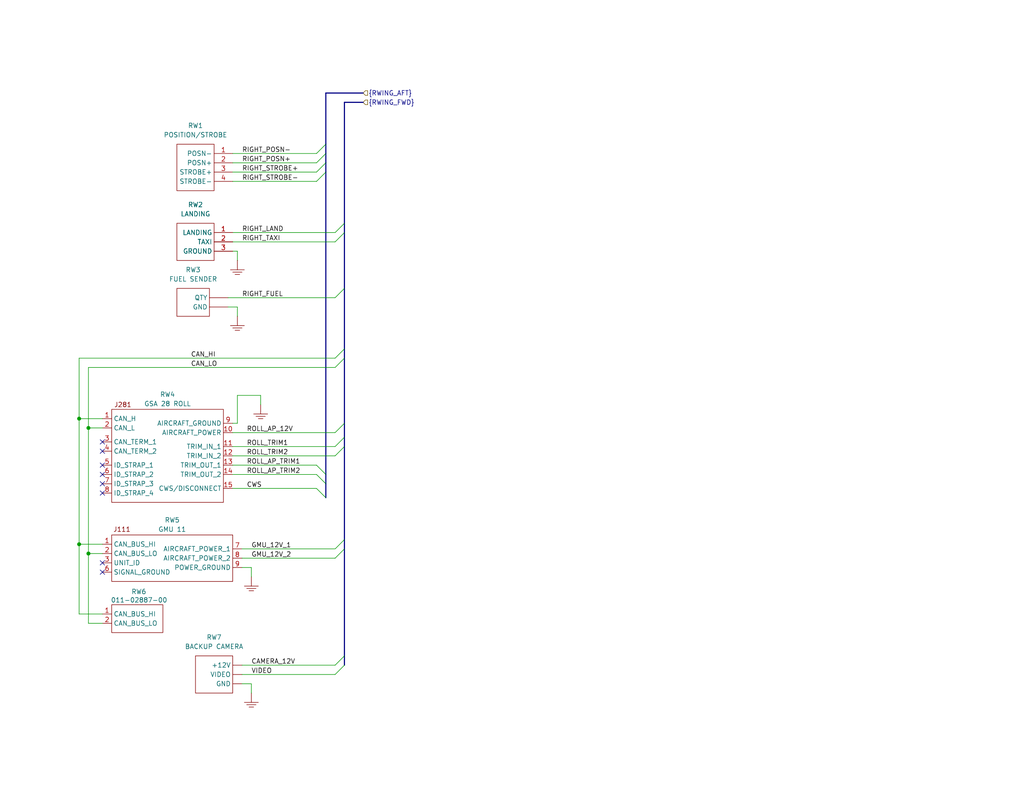
<source format=kicad_sch>
(kicad_sch (version 20250114) (generator "eeschema") (generator_version "9.0")
  (paper "USLetter")
  (title_block (title "RV-7 Electrical") (date "2025-08-19") (rev "1") (company "Ivan Dubrov"))
  (lib_symbols
    (symbol "FlyLeds:ESSENTIAL_LIGHTS"
      (property "Reference" "U" (at 0 0 0))
      (symbol "ESSENTIAL_LIGHTS_0_1"
        (rectangle (start -6.35 -2.54) (end 3.81 -15.24))
      )
      (symbol "ESSENTIAL_LIGHTS_1_0"
        (pin unspecified line (at 8.89 -5.08 180) (length 5.08) (name "POSN-") (number "1"))
        (pin unspecified line (at 8.89 -7.62 180) (length 5.08) (name "POSN+") (number "2"))
        (pin unspecified line (at 8.89 -10.16 180) (length 5.08) (name "STROBE+") (number "3"))
        (pin unspecified line (at 8.89 -12.7 180) (length 5.08) (name "STROBE-") (number "4"))
      )
    )
    (symbol "FlyLeds:TAIL_DRAGGER_MAX"
      (property "Reference" "U" (at 0 0 0))
      (symbol "TAIL_DRAGGER_MAX_0_1"
        (rectangle (start -3.81 -2.54) (end 6.35 -12.7))
      )
      (symbol "TAIL_DRAGGER_MAX_1_0"
        (pin power_in line (at 11.43 -5.08 180) (length 5.08) (name "LANDING") (number "1"))
        (pin power_in line (at 11.43 -7.62 180) (length 5.08) (name "TAXI") (number "2"))
        (pin power_in line (at 11.43 -10.16 180) (length 5.08) (name "GROUND") (number "3"))
      )
    )
    (symbol "Garmin:CAN_TERMINATOR"
      (property "Reference" "U" (at 0 2.54 0))
      (symbol "CAN_TERMINATOR_0_1"
        (rectangle (start -5.08 -2.54) (end 8.89 -10.16))
      )
      (symbol "CAN_TERMINATOR_1_0"
        (pin bidirectional line (at -7.62 -5.08 0) (length 2.54) (name "CAN_BUS_HI") (number "1"))
        (pin bidirectional line (at -7.62 -7.62 0) (length 2.54) (name "CAN_BUS_LO") (number "2"))
      )
    )
    (symbol "Garmin:GMU11"
      (property "Reference" "U" (at 0 -0.762 0))
      (symbol "GMU11_0_1"
        (rectangle (start -16.51 -2.54) (end 16.51 -15.24))
      )
      (symbol "GMU11_1_0"
        (pin bidirectional line (at -19.05 -5.08 0) (length 2.54) (name "CAN_BUS_HI") (number "1"))
        (pin bidirectional line (at -19.05 -7.62 0) (length 2.54) (name "CAN_BUS_LO") (number "2"))
        (pin input line (at -19.05 -10.16 0) (length 2.54) (name "UNIT_ID") (number "3"))
        (pin unspecified line (at -19.05 -12.7 0) (length 2.54) (name "SIGNAL_GROUND") (number "6"))
        (pin power_in line (at 19.05 -6.35 180) (length 2.54) (name "AIRCRAFT_POWER_1") (number "7"))
        (pin power_in line (at 19.05 -8.89 180) (length 2.54) (name "AIRCRAFT_POWER_2") (number "8"))
        (pin unspecified line (at 19.05 -11.43 180) (length 2.54) (name "POWER_GROUND") (number "9"))
      )
      (symbol "GMU11_1_1"
        (text "J111" (at -13.716 -1.016 0) (effects (font (size 1.27 1.27))))
      )
    )
    (symbol "Garmin:GSA28"
      (property "Reference" "U" (at 0 13.97 0))
      (symbol "GSA28_0_1"
        (rectangle (start -15.24 12.7) (end 15.24 -12.7))
      )
      (symbol "GSA28_1_0"
        (pin bidirectional line (at -17.78 10.16 0) (length 2.54) (name "CAN_H") (number "1"))
        (pin bidirectional line (at -17.78 7.62 0) (length 2.54) (name "CAN_L") (number "2"))
        (pin unspecified line (at -17.78 3.81 0) (length 2.54) (name "CAN_TERM_1") (number "3"))
        (pin unspecified line (at -17.78 1.27 0) (length 2.54) (name "CAN_TERM_2") (number "4"))
        (pin unspecified line (at -17.78 -2.54 0) (length 2.54) (name "ID_STRAP_1") (number "5"))
        (pin unspecified line (at -17.78 -5.08 0) (length 2.54) (name "ID_STRAP_2") (number "6"))
        (pin unspecified line (at -17.78 -7.62 0) (length 2.54) (name "ID_STRAP_3") (number "7"))
        (pin unspecified line (at -17.78 -10.16 0) (length 2.54) (name "ID_STRAP_4") (number "8"))
        (pin power_in line (at 17.78 8.89 180) (length 2.54) (name "AIRCRAFT_GROUND") (number "9"))
        (pin power_in line (at 17.78 6.35 180) (length 2.54) (name "AIRCRAFT_POWER") (number "10"))
        (pin input line (at 17.78 2.54 180) (length 2.54) (name "TRIM_IN_1") (number "11"))
        (pin input line (at 17.78 0 180) (length 2.54) (name "TRIM_IN_2") (number "12"))
        (pin output line (at 17.78 -2.54 180) (length 2.54) (name "TRIM_OUT_1") (number "13"))
        (pin output line (at 17.78 -5.08 180) (length 2.54) (name "TRIM_OUT_2") (number "14"))
        (pin input line (at 17.78 -8.89 180) (length 2.54) (name "CWS/DISCONNECT") (number "15"))
      )
      (symbol "GSA28_1_1"
        (text "J281" (at -12.192 13.97 0) (effects (font (size 1.27 1.27))))
      )
    )
    (symbol "Misc:CAMERA" (pin_numbers (hide yes))
      (property "Reference" "U" (at 0 0 0))
      (symbol "CAMERA_0_1"
        (rectangle (start -5.08 -3.81) (end 5.08 -13.97))
      )
      (symbol "CAMERA_1_1"
        (pin power_in line (at 7.62 -6.35 180) (length 2.54) (name "+12V") (number "1"))
        (pin output line (at 7.62 -8.89 180) (length 2.54) (name "VIDEO") (number "3"))
        (pin power_in line (at 7.62 -11.43 180) (length 2.54) (name "GND") (number "2"))
      )
    )
    (symbol "Misc:GND" (power) (pin_numbers (hide yes)) (pin_names (offset 0) (hide yes))
      (symbol "GND_0_1"
        (polyline (pts (xy -1.905 -1.27) (xy 1.905 -1.27)))
        (polyline (pts (xy -1.27 -1.905) (xy 1.27 -1.905)))
        (polyline (pts (xy -0.635 -2.54) (xy 0.635 -2.54)))
        (polyline (pts (xy 0 1.27) (xy 0 -1.27)))
      )
      (symbol "GND_1_0"
        (pin power_in line (at 0 1.27 270) (length 0) (name "~") (number "1"))
      )
    )
    (symbol "Misc:SENDER" (pin_numbers (hide yes))
      (property "Reference" "U" (at 0 0 0))
      (symbol "SENDER_0_1"
        (rectangle (start -3.81 -2.54) (end 5.08 -10.16))
      )
      (symbol "SENDER_1_0"
        (pin output line (at 10.16 -5.08 180) (length 5.08) (name "QTY") (number "1"))
        (pin power_in line (at 10.16 -7.62 180) (length 5.08) (name "GND") (number "2"))
      )
    )
  )
  (junction (at 21.59 148.59))
  (junction (at 24.13 151.13))
  (junction (at 24.13 116.84))
  (junction (at 21.59 114.3))
  (no_connect (at 27.94 132.08))
  (no_connect (at 27.94 156.21))
  (no_connect (at 27.94 129.54))
  (no_connect (at 27.94 123.19))
  (no_connect (at 27.94 153.67))
  (no_connect (at 27.94 127))
  (no_connect (at 27.94 120.65))
  (no_connect (at 27.94 134.62))
  (bus_entry (at 93.98 121.92) (size -2.54 2.54))
  (bus_entry (at 93.98 63.5) (size -2.54 2.54))
  (bus_entry (at 88.9 135.89) (size -2.54 -2.54))
  (bus_entry (at 93.98 147.32) (size -2.54 2.54))
  (bus_entry (at 88.9 39.37) (size -2.54 2.54))
  (bus_entry (at 88.9 132.08) (size -2.54 -2.54))
  (bus_entry (at 93.98 95.25) (size -2.54 2.54))
  (bus_entry (at 88.9 44.45) (size -2.54 2.54))
  (bus_entry (at 93.98 181.61) (size -2.54 2.54))
  (bus_entry (at 93.98 115.57) (size -2.54 2.54))
  (bus_entry (at 93.98 149.86) (size -2.54 2.54))
  (bus_entry (at 93.98 60.96) (size -2.54 2.54))
  (bus_entry (at 93.98 78.74) (size -2.54 2.54))
  (bus_entry (at 93.98 119.38) (size -2.54 2.54))
  (bus_entry (at 88.9 46.99) (size -2.54 2.54))
  (bus_entry (at 88.9 129.54) (size -2.54 -2.54))
  (bus_entry (at 93.98 179.07) (size -2.54 2.54))
  (bus_entry (at 88.9 41.91) (size -2.54 2.54))
  (bus_entry (at 93.98 97.79) (size -2.54 2.54))
  (wire (pts (xy 63.5 129.54) (xy 86.36 129.54)))
  (wire (pts (xy 64.77 68.58) (xy 64.77 71.12)))
  (wire (pts (xy 21.59 167.64) (xy 27.94 167.64)))
  (wire (pts (xy 24.13 151.13) (xy 24.13 170.18)))
  (wire (pts (xy 68.58 186.69) (xy 68.58 189.23)))
  (wire (pts (xy 24.13 100.33) (xy 91.44 100.33)))
  (wire (pts (xy 24.13 151.13) (xy 27.94 151.13)))
  (wire (pts (xy 63.5 66.04) (xy 91.44 66.04)))
  (wire (pts (xy 66.04 152.4) (xy 91.44 152.4)))
  (wire (pts (xy 63.5 44.45) (xy 86.36 44.45)))
  (wire (pts (xy 66.04 181.61) (xy 91.44 181.61)))
  (wire (pts (xy 63.5 49.53) (xy 86.36 49.53)))
  (bus (pts (xy 93.98 149.86) (xy 93.98 179.07)))
  (wire (pts (xy 64.77 115.57) (xy 63.5 115.57)))
  (bus (pts (xy 93.98 78.74) (xy 93.98 95.25)))
  (wire (pts (xy 21.59 97.79) (xy 21.59 114.3)))
  (bus (pts (xy 93.98 115.57) (xy 93.98 119.38)))
  (wire (pts (xy 63.5 121.92) (xy 91.44 121.92)))
  (wire (pts (xy 62.23 83.82) (xy 64.77 83.82)))
  (bus (pts (xy 88.9 46.99) (xy 88.9 129.54)))
  (wire (pts (xy 63.5 68.58) (xy 64.77 68.58)))
  (wire (pts (xy 21.59 148.59) (xy 27.94 148.59)))
  (bus (pts (xy 93.98 27.94) (xy 93.98 60.96)))
  (wire (pts (xy 66.04 184.15) (xy 91.44 184.15)))
  (wire (pts (xy 21.59 114.3) (xy 21.59 148.59)))
  (wire (pts (xy 24.13 170.18) (xy 27.94 170.18)))
  (bus (pts (xy 93.98 60.96) (xy 93.98 63.5)))
  (wire (pts (xy 64.77 107.95) (xy 71.12 107.95)))
  (wire (pts (xy 66.04 154.94) (xy 68.58 154.94)))
  (bus (pts (xy 99.06 27.94) (xy 93.98 27.94)))
  (bus (pts (xy 88.9 132.08) (xy 88.9 135.89)))
  (bus (pts (xy 88.9 44.45) (xy 88.9 46.99)))
  (wire (pts (xy 21.59 148.59) (xy 21.59 167.64)))
  (wire (pts (xy 63.5 41.91) (xy 86.36 41.91)))
  (wire (pts (xy 64.77 115.57) (xy 64.77 107.95)))
  (wire (pts (xy 66.04 149.86) (xy 91.44 149.86)))
  (bus (pts (xy 88.9 39.37) (xy 88.9 41.91)))
  (wire (pts (xy 21.59 114.3) (xy 27.94 114.3)))
  (wire (pts (xy 71.12 107.95) (xy 71.12 110.49)))
  (bus (pts (xy 88.9 41.91) (xy 88.9 44.45)))
  (bus (pts (xy 93.98 97.79) (xy 93.98 115.57)))
  (bus (pts (xy 93.98 147.32) (xy 93.98 149.86)))
  (wire (pts (xy 24.13 116.84) (xy 27.94 116.84)))
  (bus (pts (xy 99.06 25.4) (xy 88.9 25.4)))
  (wire (pts (xy 24.13 100.33) (xy 24.13 116.84)))
  (bus (pts (xy 93.98 119.38) (xy 93.98 121.92)))
  (wire (pts (xy 64.77 83.82) (xy 64.77 86.36)))
  (bus (pts (xy 93.98 121.92) (xy 93.98 147.32)))
  (wire (pts (xy 63.5 46.99) (xy 86.36 46.99)))
  (wire (pts (xy 21.59 97.79) (xy 91.44 97.79)))
  (wire (pts (xy 66.04 186.69) (xy 68.58 186.69)))
  (wire (pts (xy 63.5 124.46) (xy 91.44 124.46)))
  (bus (pts (xy 93.98 95.25) (xy 93.98 97.79)))
  (bus (pts (xy 93.98 179.07) (xy 93.98 181.61)))
  (wire (pts (xy 63.5 133.35) (xy 86.36 133.35)))
  (wire (pts (xy 63.5 63.5) (xy 91.44 63.5)))
  (bus (pts (xy 93.98 63.5) (xy 93.98 78.74)))
  (wire (pts (xy 24.13 116.84) (xy 24.13 151.13)))
  (bus (pts (xy 88.9 129.54) (xy 88.9 132.08)))
  (wire (pts (xy 62.23 81.28) (xy 91.44 81.28)))
  (wire (pts (xy 63.5 118.11) (xy 91.44 118.11)))
  (wire (pts (xy 63.5 127) (xy 86.36 127)))
  (bus (pts (xy 88.9 25.4) (xy 88.9 39.37)))
  (wire (pts (xy 68.58 154.94) (xy 68.58 157.48)))
  (label "GMU_12V_1" (at 68.58 149.86 0))
  (label "CAN_HI" (at 52.07 97.79 0))
  (label "RIGHT_POSN+" (at 66.04 44.45 0))
  (label "RIGHT_LAND" (at 66.04 63.5 0))
  (label "RIGHT_TAXI" (at 66.04 66.04 0))
  (label "ROLL_AP_TRIM2" (at 67.31 129.54 0))
  (label "ROLL_TRIM1" (at 67.31 121.92 0))
  (label "CAN_LO" (at 52.07 100.33 0))
  (label "VIDEO" (at 68.58 184.15 0))
  (label "CAMERA_12V" (at 68.58 181.61 0))
  (label "GMU_12V_2" (at 68.58 152.4 0))
  (label "RIGHT_STROBE+" (at 66.04 46.99 0))
  (label "RIGHT_FUEL" (at 66.04 81.28 0))
  (label "RIGHT_STROBE-" (at 66.04 49.53 0))
  (label "ROLL_TRIM2" (at 67.31 124.46 0))
  (label "RIGHT_POSN-" (at 66.04 41.91 0))
  (label "ROLL_AP_TRIM1" (at 67.31 127 0))
  (label "CWS" (at 67.31 133.35 0))
  (label "ROLL_AP_12V" (at 67.31 118.11 0))
  (hierarchical_label "{RWING_FWD}" (shape input) (at 99.06 27.94 0))
  (hierarchical_label "{RWING_AFT}" (shape input) (at 99.06 25.4 0))
  (symbol (lib_id "Misc:GND") (at 64.77 87.63 0) (unit 1)
    (property "Reference" "#PWR03" (effects (hide yes)))
    (property "Value" "GND" (effects (hide yes)))
  )
  (symbol (lib_id "Misc:GND") (at 71.12 111.76 0) (unit 1)
    (property "Reference" "#PWR011" (effects (hide yes)))
    (property "Value" "GND" (effects (hide yes)))
  )
  (symbol (lib_id "Misc:CAMERA") (at 58.42 175.26 0) (unit 1)
    (property "Reference" "RW7" (at 58.42 173.99 0))
    (property "Value" "BACKUP CAMERA" (at 58.42 176.53 0))
  )
  (symbol (lib_id "Misc:SENDER") (at 52.07 76.2 0) (unit 1)
    (property "Reference" "RW3" (at 52.705 73.66 0))
    (property "Value" "FUEL SENDER" (at 52.705 76.2 0))
  )
  (symbol (lib_id "Misc:GND") (at 68.58 158.75 0) (unit 1)
    (property "Reference" "#PWR05" (effects (hide yes)))
    (property "Value" "GND" (effects (hide yes)))
  )
  (symbol (lib_id "Garmin:GMU11") (at 46.99 143.51 0) (unit 1)
    (property "Reference" "RW5" (at 46.99 141.986 0))
    (property "Value" "GMU 11" (at 46.99 144.526 0))
  )
  (symbol (lib_id "Misc:GND") (at 68.58 190.5 0) (unit 1)
    (property "Reference" "#PWR08" (effects (hide yes)))
    (property "Value" "GND" (effects (hide yes)))
  )
  (symbol (lib_id "FlyLeds:TAIL_DRAGGER_MAX") (at 52.07 58.42 0) (unit 1)
    (property "Reference" "RW2" (at 53.34 55.88 0))
    (property "Value" "LANDING" (at 53.34 58.42 0))
  )
  (symbol (lib_id "Garmin:CAN_TERMINATOR") (at 35.56 162.56 0) (unit 1)
    (property "Reference" "RW6" (at 35.814 161.544 0) (effects (justify left)))
    (property "Value" "011-02887-00" (at 30.226 163.83 0) (effects (justify left)))
  )
  (symbol (lib_id "Misc:GND") (at 64.77 72.39 0) (unit 1)
    (property "Reference" "#PWR01" (effects (hide yes)))
    (property "Value" "GND" (effects (hide yes)))
  )
  (symbol (lib_id "FlyLeds:ESSENTIAL_LIGHTS") (at 54.61 36.83 0) (unit 1)
    (property "Reference" "RW1" (at 53.34 34.29 0))
    (property "Value" "POSITION/STROBE" (at 53.34 36.83 0))
  )
  (symbol (lib_id "Garmin:GSA28") (at 45.72 124.46 0) (unit 1)
    (property "Reference" "RW4" (at 45.72 107.696 0))
    (property "Value" "GSA 28 ROLL" (at 45.72 110.236 0))
  )
)
</source>
